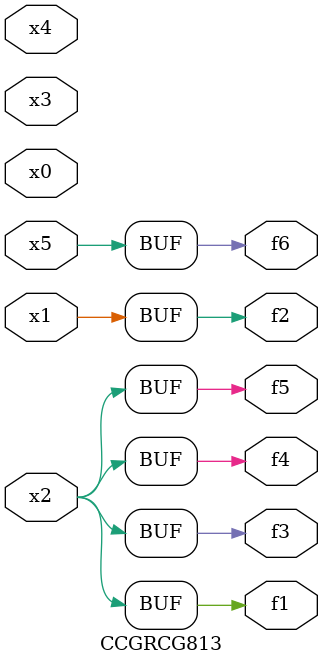
<source format=v>
module CCGRCG813(
	input x0, x1, x2, x3, x4, x5,
	output f1, f2, f3, f4, f5, f6
);
	assign f1 = x2;
	assign f2 = x1;
	assign f3 = x2;
	assign f4 = x2;
	assign f5 = x2;
	assign f6 = x5;
endmodule

</source>
